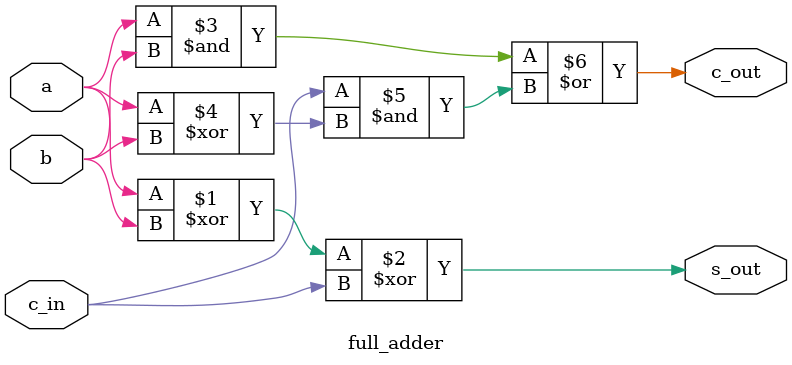
<source format=v>
module full_adder (
    input  wire a,      // Đầu vào 1-bit
    input  wire b,      // Đầu vào 1-bit
    input  wire c_in,   // Carry đầu vào
    output wire s_out,  // Tổng 1-bit
    output wire c_out   // Carry đầu ra
);
    assign s_out = a ^ b ^ c_in;
    assign c_out = (a & b) | (c_in & (a ^ b));
endmodule
</source>
